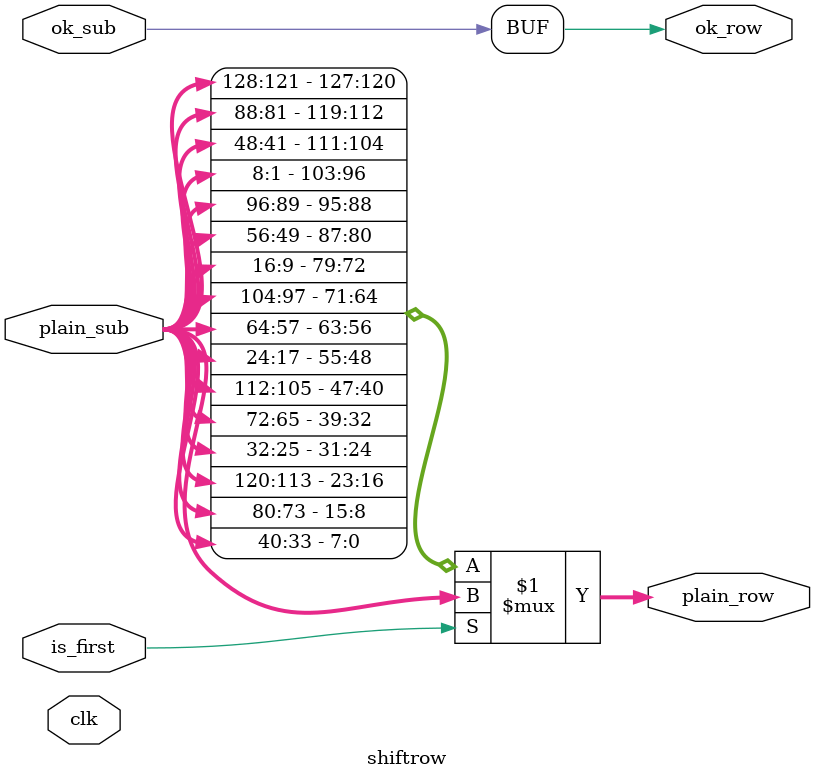
<source format=v>
module shiftrow(
    input clk,
    input [128:1] plain_sub,
    input ok_sub,
    input is_first,
    output [128:1]plain_row,
    output ok_row
);


    assign ok_row = ok_sub;
    assign plain_row = (is_first)?plain_sub:{plain_sub[128:121],plain_sub[88:81],plain_sub[48:41],plain_sub[8:1],plain_sub[96:89],plain_sub[56:49],plain_sub[16:9],plain_sub[104:97],plain_sub[64:57],plain_sub[24:17],plain_sub[112:105],plain_sub[72:65],plain_sub[32:25],plain_sub[120:113],plain_sub[80:73],plain_sub[40:33]};


endmodule
</source>
